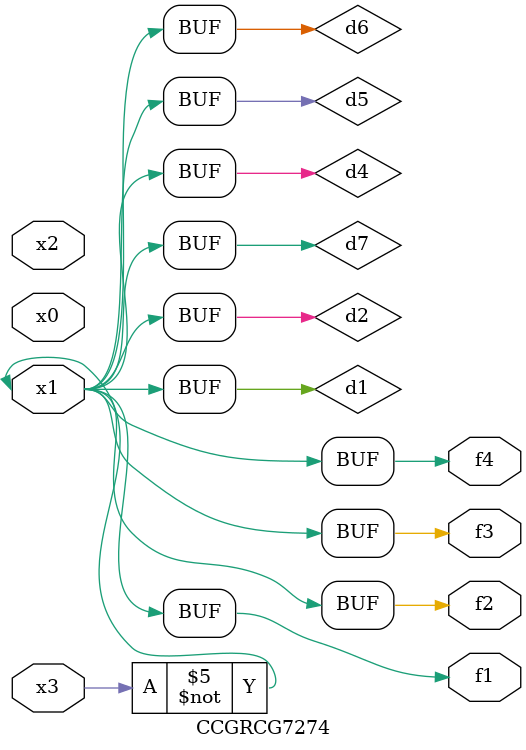
<source format=v>
module CCGRCG7274(
	input x0, x1, x2, x3,
	output f1, f2, f3, f4
);

	wire d1, d2, d3, d4, d5, d6, d7;

	not (d1, x3);
	buf (d2, x1);
	xnor (d3, d1, d2);
	nor (d4, d1);
	buf (d5, d1, d2);
	buf (d6, d4, d5);
	nand (d7, d4);
	assign f1 = d6;
	assign f2 = d7;
	assign f3 = d6;
	assign f4 = d6;
endmodule

</source>
